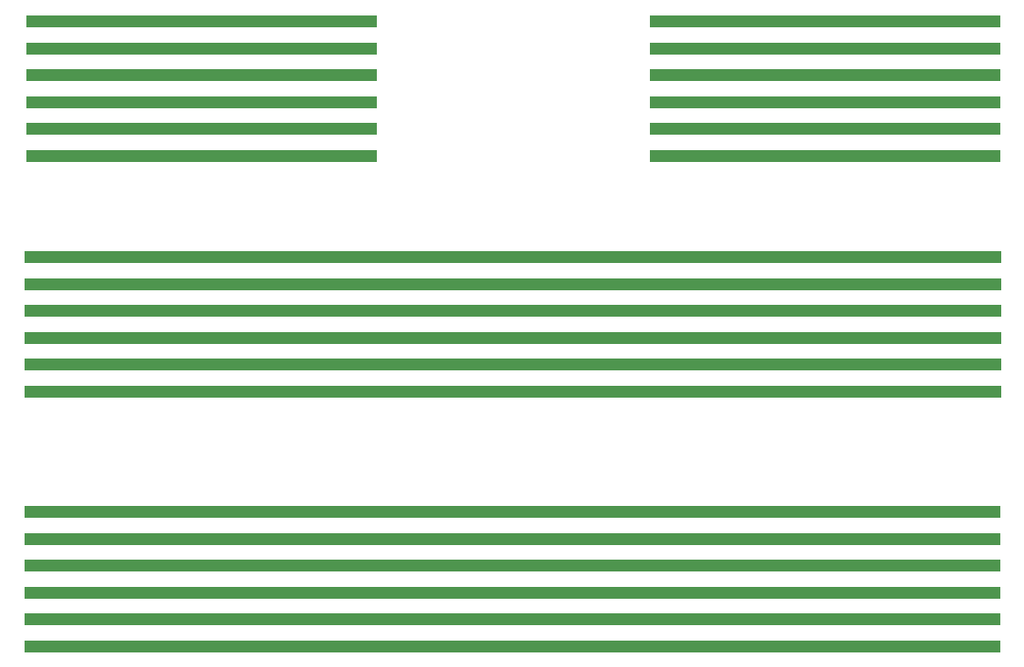
<source format=gbs>
G04 Layer: BottomSolderMaskLayer*
G04 EasyEDA Pro v1.7.27, 2022-08-27 22:56:56*
G04 Gerber Generator version 0.3*
G04 Scale: 100 percent, Rotated: No, Reflected: No*
G04 Dimensions in millimeters*
G04 Leading zeros omitted, absolute positions, 3 integers and 3 decimals*
%FSLAX33Y33*%
%MOMM*%
%ADD10C,0.00508*%
G75*


G04 Rect Start*
G36*
G01X175Y57330D02*
G01X175Y56330D01*
G01X32675D01*
G01Y57330D01*
G01X175D01*
G37*
G54D10*
G01X175Y57330D02*
G01X175Y56330D01*
G01X32675D01*
G01Y57330D01*
G01X175D01*
G36*
G01X175Y49830D02*
G01X175Y48830D01*
G01X32675D01*
G01Y49830D01*
G01X175D01*
G37*
G01X175Y49830D02*
G01X175Y48830D01*
G01X32675D01*
G01Y49830D01*
G01X175D01*
G36*
G01X175Y62330D02*
G01X175Y61330D01*
G01X32675D01*
G01Y62330D01*
G01X175D01*
G37*
G01X175Y62330D02*
G01X175Y61330D01*
G01X32675D01*
G01Y62330D01*
G01X175D01*
G36*
G01X175Y59830D02*
G01X175Y58830D01*
G01X32675D01*
G01Y59830D01*
G01X175D01*
G37*
G01X175Y59830D02*
G01X175Y58830D01*
G01X32675D01*
G01Y59830D01*
G01X175D01*
G36*
G01X175Y52330D02*
G01X175Y51330D01*
G01X32675D01*
G01Y52330D01*
G01X175D01*
G37*
G01X175Y52330D02*
G01X175Y51330D01*
G01X32675D01*
G01Y52330D01*
G01X175D01*
G36*
G01X175Y54830D02*
G01X175Y53830D01*
G01X32675D01*
G01Y54830D01*
G01X175D01*
G37*
G01X175Y54830D02*
G01X175Y53830D01*
G01X32675D01*
G01Y54830D01*
G01X175D01*
G36*
G01X0Y30415D02*
G01X0Y29415D01*
G01X90700D01*
G01Y30415D01*
G01X0D01*
G37*
G01X0Y30415D02*
G01X0Y29415D01*
G01X90700D01*
G01Y30415D01*
G01X0D01*
G36*
G01X0Y27915D02*
G01X0Y26915D01*
G01X90700D01*
G01Y27915D01*
G01X0D01*
G37*
G01X0Y27915D02*
G01X0Y26915D01*
G01X90700D01*
G01Y27915D01*
G01X0D01*
G36*
G01X-5Y32915D02*
G01X-5Y31915D01*
G01X90695D01*
G01Y32915D01*
G01X-5D01*
G37*
G01X-5Y32915D02*
G01X-5Y31915D01*
G01X90695D01*
G01Y32915D01*
G01X-5D01*
G36*
G01X0Y37915D02*
G01X0Y36915D01*
G01X90700D01*
G01Y37915D01*
G01X0D01*
G37*
G01X0Y37915D02*
G01X0Y36915D01*
G01X90700D01*
G01Y37915D01*
G01X0D01*
G36*
G01X0Y35415D02*
G01X0Y34415D01*
G01X90700D01*
G01Y35415D01*
G01X0D01*
G37*
G01X0Y35415D02*
G01X0Y34415D01*
G01X90700D01*
G01Y35415D01*
G01X0D01*
G36*
G01X0Y40415D02*
G01X0Y39415D01*
G01X90700D01*
G01Y40415D01*
G01X0D01*
G37*
G01X0Y40415D02*
G01X0Y39415D01*
G01X90700D01*
G01Y40415D01*
G01X0D01*
G36*
G01X58152Y57330D02*
G01X58152Y56330D01*
G01X90652D01*
G01Y57330D01*
G01X58152D01*
G37*
G01X58152Y57330D02*
G01X58152Y56330D01*
G01X90652D01*
G01Y57330D01*
G01X58152D01*
G36*
G01X58152Y54830D02*
G01X58152Y53830D01*
G01X90652D01*
G01Y54830D01*
G01X58152D01*
G37*
G01X58152Y54830D02*
G01X58152Y53830D01*
G01X90652D01*
G01Y54830D01*
G01X58152D01*
G36*
G01X58152Y52330D02*
G01X58152Y51330D01*
G01X90652D01*
G01Y52330D01*
G01X58152D01*
G37*
G01X58152Y52330D02*
G01X58152Y51330D01*
G01X90652D01*
G01Y52330D01*
G01X58152D01*
G36*
G01X58152Y49830D02*
G01X58152Y48830D01*
G01X90652D01*
G01Y49830D01*
G01X58152D01*
G37*
G01X58152Y49830D02*
G01X58152Y48830D01*
G01X90652D01*
G01Y49830D01*
G01X58152D01*
G36*
G01X58152Y62330D02*
G01X58152Y61330D01*
G01X90652D01*
G01Y62330D01*
G01X58152D01*
G37*
G01X58152Y62330D02*
G01X58152Y61330D01*
G01X90652D01*
G01Y62330D01*
G01X58152D01*
G36*
G01X58152Y59830D02*
G01X58152Y58830D01*
G01X90652D01*
G01Y59830D01*
G01X58152D01*
G37*
G01X58152Y59830D02*
G01X58152Y58830D01*
G01X90652D01*
G01Y59830D01*
G01X58152D01*
G36*
G01X-22Y4218D02*
G01X-22Y3218D01*
G01X90678D01*
G01Y4218D01*
G01X-22D01*
G37*
G01X-22Y4218D02*
G01X-22Y3218D01*
G01X90678D01*
G01Y4218D01*
G01X-22D01*
G36*
G01X-40Y11700D02*
G01X-40Y10700D01*
G01X90660D01*
G01Y11700D01*
G01X-40D01*
G37*
G01X-40Y11700D02*
G01X-40Y10700D01*
G01X90660D01*
G01Y11700D01*
G01X-40D01*
G36*
G01X-40Y9200D02*
G01X-40Y8200D01*
G01X90660D01*
G01Y9200D01*
G01X-40D01*
G37*
G01X-40Y9200D02*
G01X-40Y8200D01*
G01X90660D01*
G01Y9200D01*
G01X-40D01*
G36*
G01X-35Y6700D02*
G01X-35Y5700D01*
G01X90665D01*
G01Y6700D01*
G01X-35D01*
G37*
G01X-35Y6700D02*
G01X-35Y5700D01*
G01X90665D01*
G01Y6700D01*
G01X-35D01*
G36*
G01X-35Y14200D02*
G01X-35Y13200D01*
G01X90665D01*
G01Y14200D01*
G01X-35D01*
G37*
G01X-35Y14200D02*
G01X-35Y13200D01*
G01X90665D01*
G01Y14200D01*
G01X-35D01*
G36*
G01X-40Y16700D02*
G01X-40Y15700D01*
G01X90660D01*
G01Y16700D01*
G01X-40D01*
G37*
G01X-40Y16700D02*
G01X-40Y15700D01*
G01X90660D01*
G01Y16700D01*
G01X-40D01*
G04 Rect End*

M02*

</source>
